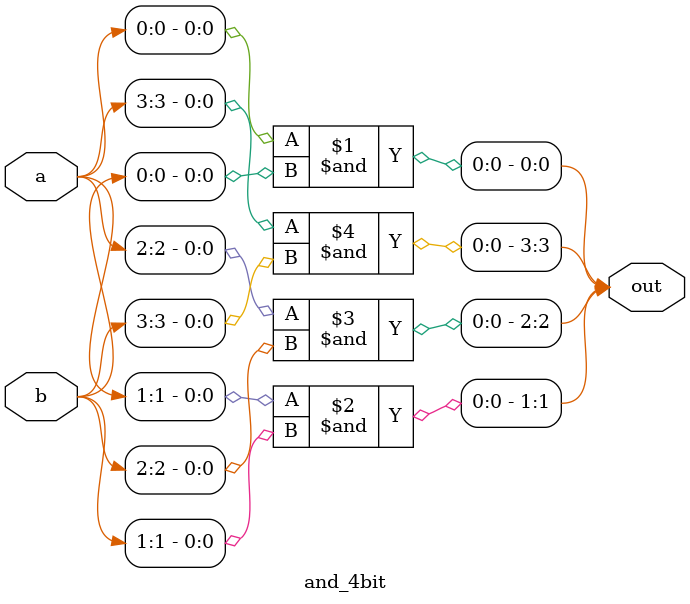
<source format=v>
module and_4bit(output [3:0] out , input [3:0] a , input [3:0] b );
	and(out[0] , a[0] , b[0]);
	and(out[1] , a[1] , b[1]);
	and(out[2] , a[2] , b[2]);
	and(out[3], a[3] , b[3]);
endmodule
	
</source>
